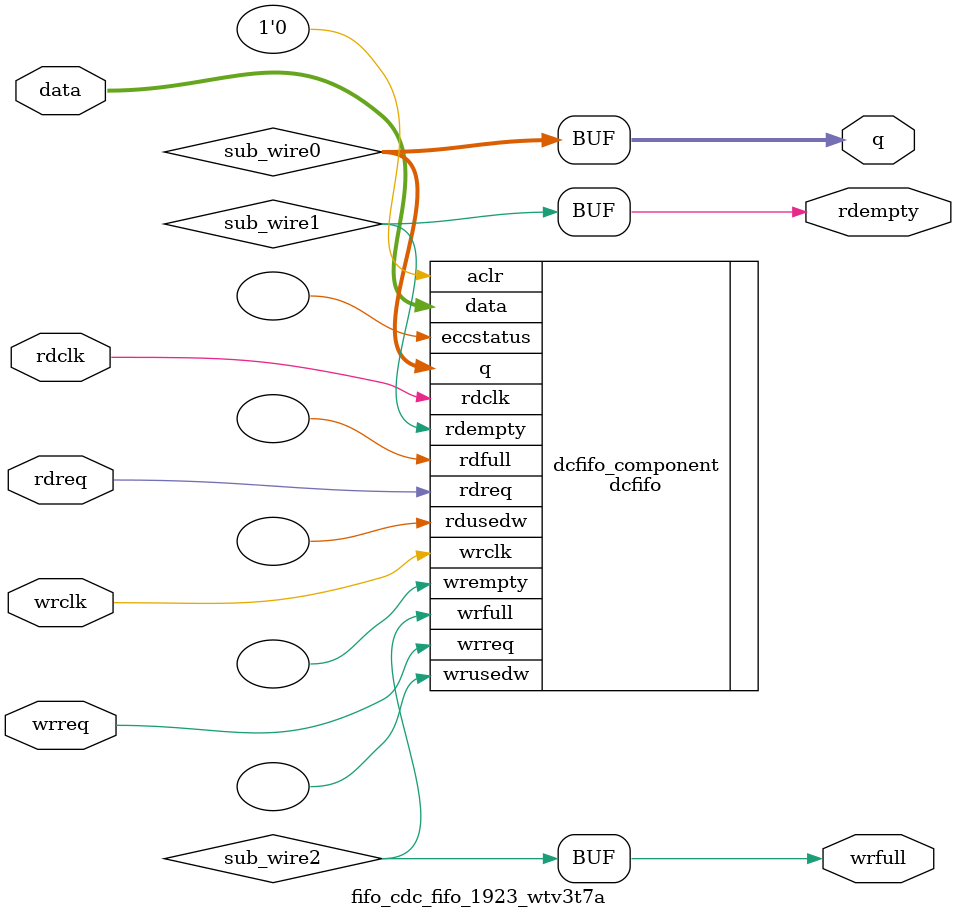
<source format=v>



`timescale 1 ps / 1 ps
// synopsys translate_on
module  fifo_cdc_fifo_1923_wtv3t7a  (
    data,
    rdclk,
    rdreq,
    wrclk,
    wrreq,
    q,
    rdempty,
    wrfull);

    input  [7:0]  data;
    input    rdclk;
    input    rdreq;
    input    wrclk;
    input    wrreq;
    output [7:0]  q;
    output   rdempty;
    output   wrfull;

    wire [7:0] sub_wire0;
    wire  sub_wire1;
    wire  sub_wire2;
    wire [7:0] q = sub_wire0[7:0];
    wire  rdempty = sub_wire1;
    wire  wrfull = sub_wire2;

    dcfifo  dcfifo_component (
                .data (data),
                .rdclk (rdclk),
                .rdreq (rdreq),
                .wrclk (wrclk),
                .wrreq (wrreq),
                .q (sub_wire0),
                .rdempty (sub_wire1),
                .wrfull (sub_wire2),
                .aclr (1'b0),
                .eccstatus (),
                .rdfull (),
                .rdusedw (),
                .wrempty (),
                .wrusedw ());
    defparam
        dcfifo_component.enable_ecc  = "FALSE",
        dcfifo_component.intended_device_family  = "Agilex",
        dcfifo_component.lpm_hint  = "DISABLE_DCFIFO_EMBEDDED_TIMING_CONSTRAINT=TRUE",
        dcfifo_component.lpm_numwords  = 256,
        dcfifo_component.lpm_showahead  = "OFF",
        dcfifo_component.lpm_type  = "dcfifo",
        dcfifo_component.lpm_width  = 8,
        dcfifo_component.lpm_widthu  = 8,
        dcfifo_component.overflow_checking  = "ON",
        dcfifo_component.rdsync_delaypipe  = 4,
        dcfifo_component.underflow_checking  = "ON",
        dcfifo_component.use_eab  = "ON",
        dcfifo_component.wrsync_delaypipe  = 4;


endmodule



</source>
